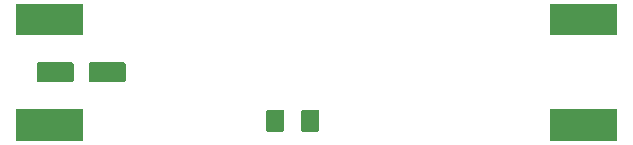
<source format=gbr>
G04 #@! TF.GenerationSoftware,KiCad,Pcbnew,(5.1.5)-3*
G04 #@! TF.CreationDate,2020-02-28T15:02:10-07:00*
G04 #@! TF.ProjectId,Straightener01,53747261-6967-4687-9465-6e657230312e,rev?*
G04 #@! TF.SameCoordinates,Original*
G04 #@! TF.FileFunction,Soldermask,Bot*
G04 #@! TF.FilePolarity,Negative*
%FSLAX46Y46*%
G04 Gerber Fmt 4.6, Leading zero omitted, Abs format (unit mm)*
G04 Created by KiCad (PCBNEW (5.1.5)-3) date 2020-02-28 15:02:10*
%MOMM*%
%LPD*%
G04 APERTURE LIST*
%ADD10C,0.100000*%
G04 APERTURE END LIST*
D10*
G36*
X152960000Y-106610000D02*
G01*
X147240000Y-106610000D01*
X147240000Y-103940000D01*
X152960000Y-103940000D01*
X152960000Y-106610000D01*
G37*
G36*
X107760000Y-106610000D02*
G01*
X102040000Y-106610000D01*
X102040000Y-103940000D01*
X107760000Y-103940000D01*
X107760000Y-106610000D01*
G37*
G36*
X127600562Y-103978181D02*
G01*
X127635481Y-103988774D01*
X127667663Y-104005976D01*
X127695873Y-104029127D01*
X127719024Y-104057337D01*
X127736226Y-104089519D01*
X127746819Y-104124438D01*
X127751000Y-104166895D01*
X127751000Y-105633105D01*
X127746819Y-105675562D01*
X127736226Y-105710481D01*
X127719024Y-105742663D01*
X127695873Y-105770873D01*
X127667663Y-105794024D01*
X127635481Y-105811226D01*
X127600562Y-105821819D01*
X127558105Y-105826000D01*
X126416895Y-105826000D01*
X126374438Y-105821819D01*
X126339519Y-105811226D01*
X126307337Y-105794024D01*
X126279127Y-105770873D01*
X126255976Y-105742663D01*
X126238774Y-105710481D01*
X126228181Y-105675562D01*
X126224000Y-105633105D01*
X126224000Y-104166895D01*
X126228181Y-104124438D01*
X126238774Y-104089519D01*
X126255976Y-104057337D01*
X126279127Y-104029127D01*
X126307337Y-104005976D01*
X126339519Y-103988774D01*
X126374438Y-103978181D01*
X126416895Y-103974000D01*
X127558105Y-103974000D01*
X127600562Y-103978181D01*
G37*
G36*
X124625562Y-103978181D02*
G01*
X124660481Y-103988774D01*
X124692663Y-104005976D01*
X124720873Y-104029127D01*
X124744024Y-104057337D01*
X124761226Y-104089519D01*
X124771819Y-104124438D01*
X124776000Y-104166895D01*
X124776000Y-105633105D01*
X124771819Y-105675562D01*
X124761226Y-105710481D01*
X124744024Y-105742663D01*
X124720873Y-105770873D01*
X124692663Y-105794024D01*
X124660481Y-105811226D01*
X124625562Y-105821819D01*
X124583105Y-105826000D01*
X123441895Y-105826000D01*
X123399438Y-105821819D01*
X123364519Y-105811226D01*
X123332337Y-105794024D01*
X123304127Y-105770873D01*
X123280976Y-105742663D01*
X123263774Y-105710481D01*
X123253181Y-105675562D01*
X123249000Y-105633105D01*
X123249000Y-104166895D01*
X123253181Y-104124438D01*
X123263774Y-104089519D01*
X123280976Y-104057337D01*
X123304127Y-104029127D01*
X123332337Y-104005976D01*
X123364519Y-103988774D01*
X123399438Y-103978181D01*
X123441895Y-103974000D01*
X124583105Y-103974000D01*
X124625562Y-103978181D01*
G37*
G36*
X111205997Y-99953051D02*
G01*
X111239652Y-99963261D01*
X111270665Y-99979838D01*
X111297851Y-100002149D01*
X111320162Y-100029335D01*
X111336739Y-100060348D01*
X111346949Y-100094003D01*
X111351000Y-100135138D01*
X111351000Y-101464862D01*
X111346949Y-101505997D01*
X111336739Y-101539652D01*
X111320162Y-101570665D01*
X111297851Y-101597851D01*
X111270665Y-101620162D01*
X111239652Y-101636739D01*
X111205997Y-101646949D01*
X111164862Y-101651000D01*
X108435138Y-101651000D01*
X108394003Y-101646949D01*
X108360348Y-101636739D01*
X108329335Y-101620162D01*
X108302149Y-101597851D01*
X108279838Y-101570665D01*
X108263261Y-101539652D01*
X108253051Y-101505997D01*
X108249000Y-101464862D01*
X108249000Y-100135138D01*
X108253051Y-100094003D01*
X108263261Y-100060348D01*
X108279838Y-100029335D01*
X108302149Y-100002149D01*
X108329335Y-99979838D01*
X108360348Y-99963261D01*
X108394003Y-99953051D01*
X108435138Y-99949000D01*
X111164862Y-99949000D01*
X111205997Y-99953051D01*
G37*
G36*
X106805997Y-99953051D02*
G01*
X106839652Y-99963261D01*
X106870665Y-99979838D01*
X106897851Y-100002149D01*
X106920162Y-100029335D01*
X106936739Y-100060348D01*
X106946949Y-100094003D01*
X106951000Y-100135138D01*
X106951000Y-101464862D01*
X106946949Y-101505997D01*
X106936739Y-101539652D01*
X106920162Y-101570665D01*
X106897851Y-101597851D01*
X106870665Y-101620162D01*
X106839652Y-101636739D01*
X106805997Y-101646949D01*
X106764862Y-101651000D01*
X104035138Y-101651000D01*
X103994003Y-101646949D01*
X103960348Y-101636739D01*
X103929335Y-101620162D01*
X103902149Y-101597851D01*
X103879838Y-101570665D01*
X103863261Y-101539652D01*
X103853051Y-101505997D01*
X103849000Y-101464862D01*
X103849000Y-100135138D01*
X103853051Y-100094003D01*
X103863261Y-100060348D01*
X103879838Y-100029335D01*
X103902149Y-100002149D01*
X103929335Y-99979838D01*
X103960348Y-99963261D01*
X103994003Y-99953051D01*
X104035138Y-99949000D01*
X106764862Y-99949000D01*
X106805997Y-99953051D01*
G37*
G36*
X152960000Y-97660000D02*
G01*
X147240000Y-97660000D01*
X147240000Y-94990000D01*
X152960000Y-94990000D01*
X152960000Y-97660000D01*
G37*
G36*
X107760000Y-97660000D02*
G01*
X102040000Y-97660000D01*
X102040000Y-94990000D01*
X107760000Y-94990000D01*
X107760000Y-97660000D01*
G37*
M02*

</source>
